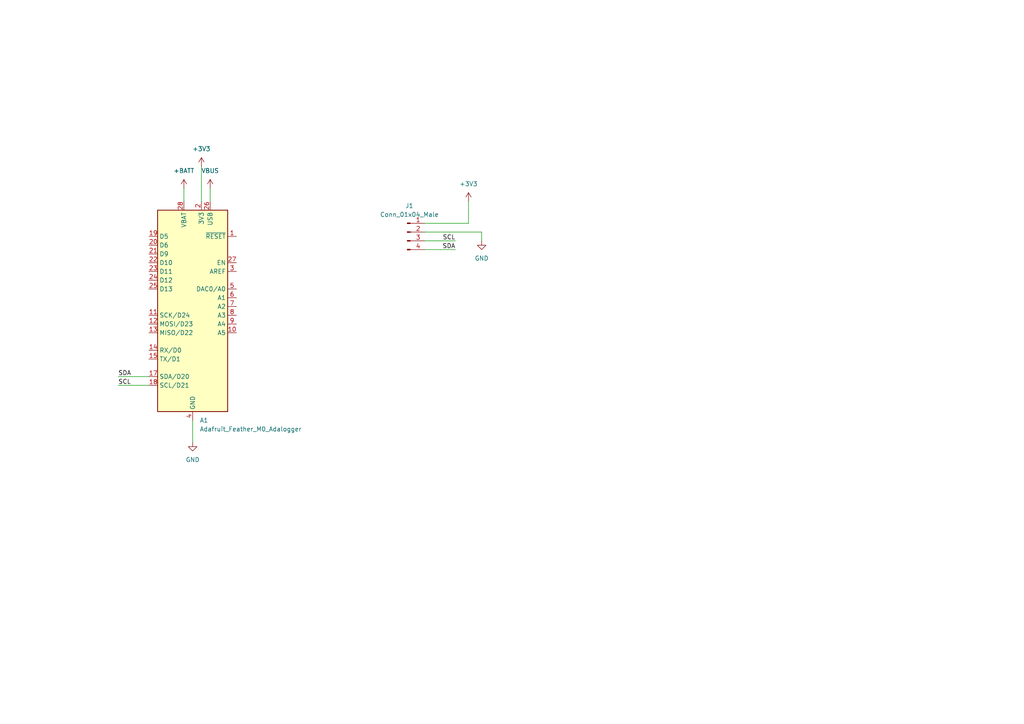
<source format=kicad_sch>
(kicad_sch (version 20211123) (generator eeschema)
  (paper "A4")
  (lib_symbols
    (symbol "Connector:Conn_01x04_Male" (pin_names (offset 1.016) hide)
      (property "Reference" "J" (at 0 5.08 0))
      (property "Value" "Conn_01x04_Male" (at 0 -7.62 0))
      (symbol "Conn_01x04_Male_1_1"
        (polyline (pts (xy 1.27 -5.08) (xy 0.8636 -5.08)) (stroke (width 0.1524)))
        (polyline (pts (xy 1.27 -2.54) (xy 0.8636 -2.54)) (stroke (width 0.1524)))
        (polyline (pts (xy 1.27 0) (xy 0.8636 0)) (stroke (width 0.1524)))
        (polyline (pts (xy 1.27 2.54) (xy 0.8636 2.54)) (stroke (width 0.1524)))
        (rectangle (start 0.8636 -4.953) (end 0 -5.207) (stroke (width 0.1524)) (fill (type outline)))
        (rectangle (start 0.8636 -2.413) (end 0 -2.667) (stroke (width 0.1524)) (fill (type outline)))
        (rectangle (start 0.8636 0.127) (end 0 -0.127) (stroke (width 0.1524)) (fill (type outline)))
        (rectangle (start 0.8636 2.667) (end 0 2.413) (stroke (width 0.1524)) (fill (type outline)))
        (pin passive line (at 5.08 2.54 180) (length 3.81) (name "Pin_1") (number "1"))
        (pin passive line (at 5.08 0 180) (length 3.81) (name "Pin_2") (number "2"))
        (pin passive line (at 5.08 -2.54 180) (length 3.81) (name "Pin_3") (number "3"))
        (pin passive line (at 5.08 -5.08 180) (length 3.81) (name "Pin_4") (number "4"))
      )
    )
    (symbol "MCU_Module:Adafruit_Feather_M0_Adalogger"
      (property "Reference" "A" (at -10.16 29.21 0))
      (property "Value" "Adafruit_Feather_M0_Adalogger" (at 2.54 -31.75 0))
      (symbol "Adafruit_Feather_M0_Adalogger_0_1"
        (rectangle (start -10.16 27.94) (end 10.16 -30.48) (stroke (width 0.254)) (fill (type background)))
      )
      (symbol "Adafruit_Feather_M0_Adalogger_1_1"
        (pin input line (at 12.7 20.32 180) (length 2.54) (name "~{RESET}") (number "1"))
        (pin bidirectional line (at 12.7 -7.62 180) (length 2.54) (name "A5") (number "10"))
        (pin bidirectional line (at -12.7 -2.54 0) (length 2.54) (name "SCK/D24") (number "11"))
        (pin bidirectional line (at -12.7 -5.08 0) (length 2.54) (name "MOSI/D23") (number "12"))
        (pin bidirectional line (at -12.7 -7.62 0) (length 2.54) (name "MISO/D22") (number "13"))
        (pin bidirectional line (at -12.7 -12.7 0) (length 2.54) (name "RX/D0") (number "14"))
        (pin bidirectional line (at -12.7 -15.24 0) (length 2.54) (name "TX/D1") (number "15"))
        (pin passive line (at 0 -33.02 90) (length 2.54) hide (name "GND") (number "16"))
        (pin bidirectional line (at -12.7 -20.32 0) (length 2.54) (name "SDA/D20") (number "17"))
        (pin bidirectional line (at -12.7 -22.86 0) (length 2.54) (name "SCL/D21") (number "18"))
        (pin bidirectional line (at -12.7 20.32 0) (length 2.54) (name "D5") (number "19"))
        (pin power_in line (at 2.54 30.48 270) (length 2.54) (name "3V3") (number "2"))
        (pin bidirectional line (at -12.7 17.78 0) (length 2.54) (name "D6") (number "20"))
        (pin bidirectional line (at -12.7 15.24 0) (length 2.54) (name "D9") (number "21"))
        (pin bidirectional line (at -12.7 12.7 0) (length 2.54) (name "D10") (number "22"))
        (pin bidirectional line (at -12.7 10.16 0) (length 2.54) (name "D11") (number "23"))
        (pin bidirectional line (at -12.7 7.62 0) (length 2.54) (name "D12") (number "24"))
        (pin bidirectional line (at -12.7 5.08 0) (length 2.54) (name "D13") (number "25"))
        (pin power_in line (at 5.08 30.48 270) (length 2.54) (name "USB") (number "26"))
        (pin input line (at 12.7 12.7 180) (length 2.54) (name "EN") (number "27"))
        (pin power_in line (at -2.54 30.48 270) (length 2.54) (name "VBAT") (number "28"))
        (pin input line (at 12.7 10.16 180) (length 2.54) (name "AREF") (number "3"))
        (pin power_in line (at 0 -33.02 90) (length 2.54) (name "GND") (number "4"))
        (pin bidirectional line (at 12.7 5.08 180) (length 2.54) (name "DAC0/A0") (number "5"))
        (pin bidirectional line (at 12.7 2.54 180) (length 2.54) (name "A1") (number "6"))
        (pin bidirectional line (at 12.7 0 180) (length 2.54) (name "A2") (number "7"))
        (pin bidirectional line (at 12.7 -2.54 180) (length 2.54) (name "A3") (number "8"))
        (pin bidirectional line (at 12.7 -5.08 180) (length 2.54) (name "A4") (number "9"))
      )
    )
    (symbol "power:+3.3V" (power) (pin_names (offset 0))
      (property "Value" "+3.3V" (at 0 3.556 0))
      (symbol "+3.3V_0_1"
        (polyline (pts (xy -0.762 1.27) (xy 0 2.54)))
        (polyline (pts (xy 0 0) (xy 0 2.54)))
        (polyline (pts (xy 0 2.54) (xy 0.762 1.27)))
      )
      (symbol "+3.3V_1_1"
        (pin power_in line (at 0 0 90) (length 0) hide (name "+3V3") (number "1"))
      )
    )
    (symbol "power:+BATT" (power) (pin_names (offset 0))
      (property "Value" "+BATT" (at 0 3.556 0))
      (symbol "+BATT_0_1"
        (polyline (pts (xy -0.762 1.27) (xy 0 2.54)))
        (polyline (pts (xy 0 0) (xy 0 2.54)))
        (polyline (pts (xy 0 2.54) (xy 0.762 1.27)))
      )
      (symbol "+BATT_1_1"
        (pin power_in line (at 0 0 90) (length 0) hide (name "+BATT") (number "1"))
      )
    )
    (symbol "power:GND" (power) (pin_names (offset 0))
      (property "Value" "GND" (at 0 -3.81 0))
      (symbol "GND_0_1"
        (polyline (pts (xy 0 0) (xy 0 -1.27) (xy 1.27 -1.27) (xy 0 -2.54) (xy -1.27 -1.27) (xy 0 -1.27)))
      )
      (symbol "GND_1_1"
        (pin power_in line (at 0 0 270) (length 0) hide (name "GND") (number "1"))
      )
    )
    (symbol "power:VBUS" (power) (pin_names (offset 0))
      (property "Value" "VBUS" (at 0 3.81 0))
      (symbol "VBUS_0_1"
        (polyline (pts (xy -0.762 1.27) (xy 0 2.54)))
        (polyline (pts (xy 0 0) (xy 0 2.54)))
        (polyline (pts (xy 0 2.54) (xy 0.762 1.27)))
      )
      (symbol "VBUS_1_1"
        (pin power_in line (at 0 0 90) (length 0) hide (name "VBUS") (number "1"))
      )
    )
  )
  (wire (pts (xy 123.19 64.77) (xy 135.89 64.77)))
  (wire (pts (xy 135.89 58.42) (xy 135.89 64.77)))
  (wire (pts (xy 123.19 72.39) (xy 132.08 72.39)))
  (wire (pts (xy 139.7 67.31) (xy 139.7 69.85)))
  (wire (pts (xy 58.42 48.26) (xy 58.42 58.42)))
  (wire (pts (xy 34.29 109.22) (xy 43.18 109.22)))
  (wire (pts (xy 55.88 121.92) (xy 55.88 128.27)))
  (wire (pts (xy 123.19 67.31) (xy 139.7 67.31)))
  (wire (pts (xy 60.96 54.61) (xy 60.96 58.42)))
  (wire (pts (xy 123.19 69.85) (xy 132.08 69.85)))
  (wire (pts (xy 34.29 111.76) (xy 43.18 111.76)))
  (wire (pts (xy 53.34 54.61) (xy 53.34 58.42)))
  (label "SCL" (at 132.08 69.85 180))
  (label "SDA" (at 132.08 72.39 180))
  (label "SCL" (at 34.29 111.76 0))
  (label "SDA" (at 34.29 109.22 0))
  (symbol (lib_id "power:+3.3V") (at 58.42 48.26 0) (unit 1)
    (property "Reference" "#PWR0101" (effects hide))
    (property "Value" "+3.3V" (at 58.42 43.18 0))
  )
  (symbol (lib_id "power:GND") (at 139.7 69.85 0) (unit 1)
    (property "Reference" "#PWR0105" (effects hide))
    (property "Value" "GND" (at 139.7 74.93 0))
  )
  (symbol (lib_id "power:+3.3V") (at 135.89 58.42 0) (unit 1)
    (property "Reference" "#PWR0104" (effects hide))
    (property "Value" "+3.3V" (at 135.89 53.34 0))
  )
  (symbol (lib_id "MCU_Module:Adafruit_Feather_M0_Adalogger") (at 55.88 88.9 0) (unit 1)
    (property "Reference" "A1" (at 57.8994 121.92 0) (effects (justify left)))
    (property "Value" "Adafruit_Feather_M0_Adalogger" (at 57.8994 124.46 0) (effects (justify left)))
    (property "Footprint" "Module:Adafruit_Feather_WithMountingHoles" (effects hide))
    (property "Datasheet" "https://cdn-learn.adafruit.com/downloads/pdf/adafruit-feather-m0-adalogger.pdf" (effects hide))
  )
  (symbol (lib_id "Connector:Conn_01x04_Male") (at 118.11 67.31 0) (unit 1)
    (property "Reference" "J1" (at 118.745 59.69 0))
    (property "Value" "Conn_01x04_Male" (at 118.745 62.23 0))
    (property "Footprint" "Adafruit-boards:AHT20-Adafruit-breakout" (effects hide))
  )
  (symbol (lib_id "power:VBUS") (at 60.96 54.61 0) (unit 1)
    (property "Reference" "#PWR0102" (effects hide))
    (property "Value" "VBUS" (at 60.96 49.53 0))
  )
  (symbol (lib_id "power:+BATT") (at 53.34 54.61 0) (unit 1)
    (property "Reference" "#PWR0103" (effects hide))
    (property "Value" "+BATT" (at 53.34 49.53 0))
  )
  (symbol (lib_id "power:GND") (at 55.88 128.27 0) (unit 1)
    (property "Reference" "#PWR0106" (effects hide))
    (property "Value" "GND" (at 55.88 133.35 0))
  )
)
</source>
